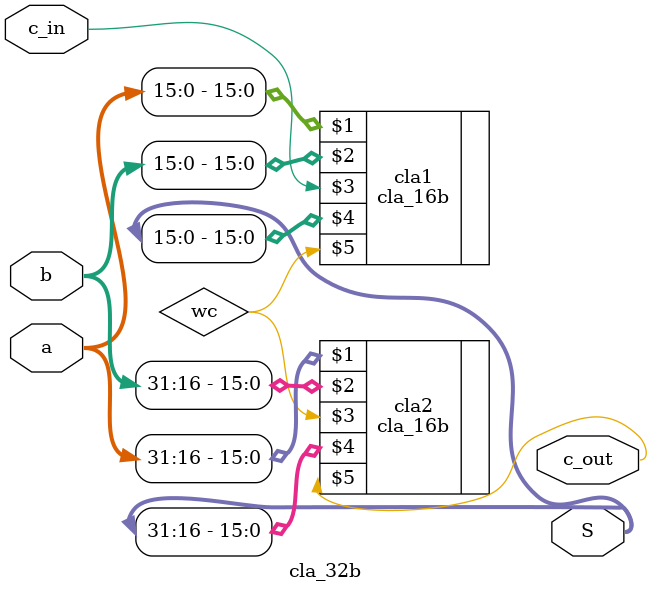
<source format=v>
module cla_32b(input [31:0] a, b, input c_in, output [31:0] S, output c_out);
		
		wire wc;
		cla_16b cla1(a[15:0], b[15:0], c_in, S[15:0], wc);
		cla_16b cla2(a[31:16], b[31:16], wc, S[31:16], c_out);
endmodule 
</source>
